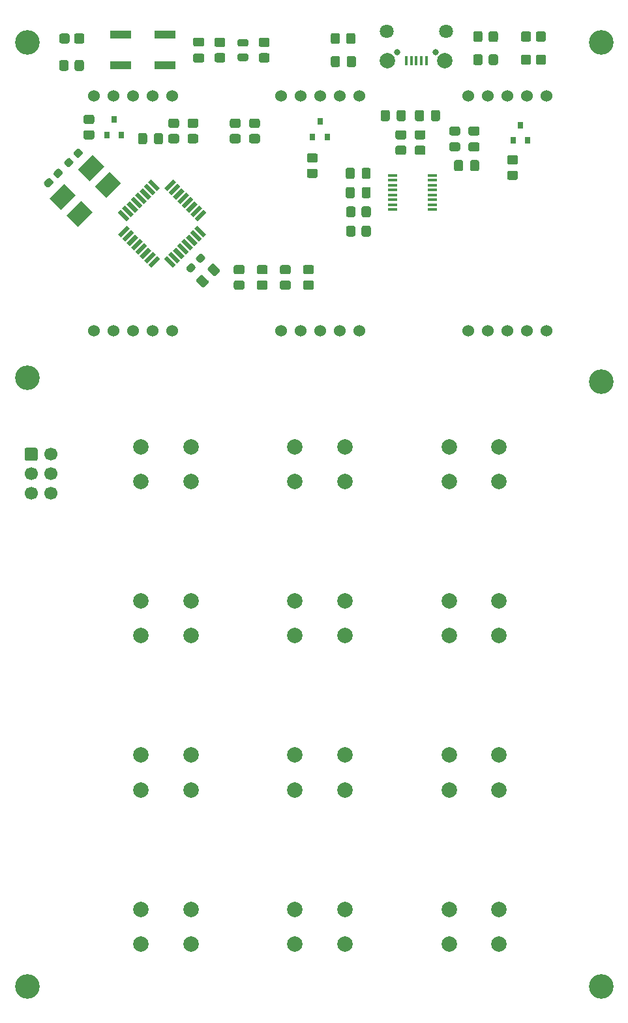
<source format=gbr>
%TF.GenerationSoftware,KiCad,Pcbnew,5.1.9-73d0e3b20d~88~ubuntu20.04.1*%
%TF.CreationDate,2021-01-19T11:15:14+01:00*%
%TF.ProjectId,luncheonmeat,6c756e63-6865-46f6-9e6d-6561742e6b69,v0.2.4*%
%TF.SameCoordinates,PX4fa1be0PYb80f240*%
%TF.FileFunction,Soldermask,Top*%
%TF.FilePolarity,Negative*%
%FSLAX46Y46*%
G04 Gerber Fmt 4.6, Leading zero omitted, Abs format (unit mm)*
G04 Created by KiCad (PCBNEW 5.1.9-73d0e3b20d~88~ubuntu20.04.1) date 2021-01-19 11:15:14*
%MOMM*%
%LPD*%
G01*
G04 APERTURE LIST*
%ADD10C,0.150000*%
%ADD11C,2.000000*%
%ADD12R,2.800000X1.000000*%
%ADD13R,0.800000X0.900000*%
%ADD14C,0.800000*%
%ADD15C,1.800000*%
%ADD16R,0.450000X1.300000*%
%ADD17C,1.700000*%
%ADD18R,1.200000X0.400000*%
%ADD19C,3.200000*%
%ADD20C,1.524000*%
G04 APERTURE END LIST*
%TO.C,D2*%
G36*
G01*
X68412500Y126650001D02*
X68412500Y125849999D01*
G75*
G02*
X68162501Y125600000I-249999J0D01*
G01*
X67337499Y125600000D01*
G75*
G02*
X67087500Y125849999I0J249999D01*
G01*
X67087500Y126650001D01*
G75*
G02*
X67337499Y126900000I249999J0D01*
G01*
X68162501Y126900000D01*
G75*
G02*
X68412500Y126650001I0J-249999D01*
G01*
G37*
G36*
G01*
X70337500Y126650001D02*
X70337500Y125849999D01*
G75*
G02*
X70087501Y125600000I-249999J0D01*
G01*
X69262499Y125600000D01*
G75*
G02*
X69012500Y125849999I0J249999D01*
G01*
X69012500Y126650001D01*
G75*
G02*
X69262499Y126900000I249999J0D01*
G01*
X70087501Y126900000D01*
G75*
G02*
X70337500Y126650001I0J-249999D01*
G01*
G37*
%TD*%
%TO.C,R15*%
G36*
G01*
X24049999Y113600000D02*
X24950001Y113600000D01*
G75*
G02*
X25200000Y113350001I0J-249999D01*
G01*
X25200000Y112649999D01*
G75*
G02*
X24950001Y112400000I-249999J0D01*
G01*
X24049999Y112400000D01*
G75*
G02*
X23800000Y112649999I0J249999D01*
G01*
X23800000Y113350001D01*
G75*
G02*
X24049999Y113600000I249999J0D01*
G01*
G37*
G36*
G01*
X24049999Y115600000D02*
X24950001Y115600000D01*
G75*
G02*
X25200000Y115350001I0J-249999D01*
G01*
X25200000Y114649999D01*
G75*
G02*
X24950001Y114400000I-249999J0D01*
G01*
X24049999Y114400000D01*
G75*
G02*
X23800000Y114649999I0J249999D01*
G01*
X23800000Y115350001D01*
G75*
G02*
X24049999Y115600000I249999J0D01*
G01*
G37*
%TD*%
%TO.C,R2*%
G36*
G01*
X8350000Y122950001D02*
X8350000Y122049999D01*
G75*
G02*
X8100001Y121800000I-249999J0D01*
G01*
X7399999Y121800000D01*
G75*
G02*
X7150000Y122049999I0J249999D01*
G01*
X7150000Y122950001D01*
G75*
G02*
X7399999Y123200000I249999J0D01*
G01*
X8100001Y123200000D01*
G75*
G02*
X8350000Y122950001I0J-249999D01*
G01*
G37*
G36*
G01*
X10350000Y122950001D02*
X10350000Y122049999D01*
G75*
G02*
X10100001Y121800000I-249999J0D01*
G01*
X9399999Y121800000D01*
G75*
G02*
X9150000Y122049999I0J249999D01*
G01*
X9150000Y122950001D01*
G75*
G02*
X9399999Y123200000I249999J0D01*
G01*
X10100001Y123200000D01*
G75*
G02*
X10350000Y122950001I0J-249999D01*
G01*
G37*
%TD*%
%TO.C,D1*%
G36*
G01*
X8487500Y126400001D02*
X8487500Y125599999D01*
G75*
G02*
X8237501Y125350000I-249999J0D01*
G01*
X7412499Y125350000D01*
G75*
G02*
X7162500Y125599999I0J249999D01*
G01*
X7162500Y126400001D01*
G75*
G02*
X7412499Y126650000I249999J0D01*
G01*
X8237501Y126650000D01*
G75*
G02*
X8487500Y126400001I0J-249999D01*
G01*
G37*
G36*
G01*
X10412500Y126400001D02*
X10412500Y125599999D01*
G75*
G02*
X10162501Y125350000I-249999J0D01*
G01*
X9337499Y125350000D01*
G75*
G02*
X9087500Y125599999I0J249999D01*
G01*
X9087500Y126400001D01*
G75*
G02*
X9337499Y126650000I249999J0D01*
G01*
X10162501Y126650000D01*
G75*
G02*
X10412500Y126400001I0J-249999D01*
G01*
G37*
%TD*%
%TO.C,R17*%
G36*
G01*
X46400000Y103049999D02*
X46400000Y103950001D01*
G75*
G02*
X46649999Y104200000I249999J0D01*
G01*
X47350001Y104200000D01*
G75*
G02*
X47600000Y103950001I0J-249999D01*
G01*
X47600000Y103049999D01*
G75*
G02*
X47350001Y102800000I-249999J0D01*
G01*
X46649999Y102800000D01*
G75*
G02*
X46400000Y103049999I0J249999D01*
G01*
G37*
G36*
G01*
X44400000Y103049999D02*
X44400000Y103950001D01*
G75*
G02*
X44649999Y104200000I249999J0D01*
G01*
X45350001Y104200000D01*
G75*
G02*
X45600000Y103950001I0J-249999D01*
G01*
X45600000Y103049999D01*
G75*
G02*
X45350001Y102800000I-249999J0D01*
G01*
X44649999Y102800000D01*
G75*
G02*
X44400000Y103049999I0J249999D01*
G01*
G37*
%TD*%
%TO.C,R19*%
G36*
G01*
X65549999Y108850000D02*
X66450001Y108850000D01*
G75*
G02*
X66700000Y108600001I0J-249999D01*
G01*
X66700000Y107899999D01*
G75*
G02*
X66450001Y107650000I-249999J0D01*
G01*
X65549999Y107650000D01*
G75*
G02*
X65300000Y107899999I0J249999D01*
G01*
X65300000Y108600001D01*
G75*
G02*
X65549999Y108850000I249999J0D01*
G01*
G37*
G36*
G01*
X65549999Y110850000D02*
X66450001Y110850000D01*
G75*
G02*
X66700000Y110600001I0J-249999D01*
G01*
X66700000Y109899999D01*
G75*
G02*
X66450001Y109650000I-249999J0D01*
G01*
X65549999Y109650000D01*
G75*
G02*
X65300000Y109899999I0J249999D01*
G01*
X65300000Y110600001D01*
G75*
G02*
X65549999Y110850000I249999J0D01*
G01*
G37*
%TD*%
%TO.C,C13*%
G36*
G01*
X8602252Y110438128D02*
X8938128Y110102252D01*
G75*
G02*
X8938128Y109766376I-167938J-167938D01*
G01*
X8513864Y109342112D01*
G75*
G02*
X8177988Y109342112I-167938J167938D01*
G01*
X7842112Y109677988D01*
G75*
G02*
X7842112Y110013864I167938J167938D01*
G01*
X8266376Y110438128D01*
G75*
G02*
X8602252Y110438128I167938J-167938D01*
G01*
G37*
G36*
G01*
X9822012Y111657888D02*
X10157888Y111322012D01*
G75*
G02*
X10157888Y110986136I-167938J-167938D01*
G01*
X9733624Y110561872D01*
G75*
G02*
X9397748Y110561872I-167938J167938D01*
G01*
X9061872Y110897748D01*
G75*
G02*
X9061872Y111233624I167938J167938D01*
G01*
X9486136Y111657888D01*
G75*
G02*
X9822012Y111657888I167938J-167938D01*
G01*
G37*
%TD*%
%TO.C,R21*%
G36*
G01*
X11450001Y114900000D02*
X10549999Y114900000D01*
G75*
G02*
X10300000Y115149999I0J249999D01*
G01*
X10300000Y115850001D01*
G75*
G02*
X10549999Y116100000I249999J0D01*
G01*
X11450001Y116100000D01*
G75*
G02*
X11700000Y115850001I0J-249999D01*
G01*
X11700000Y115149999D01*
G75*
G02*
X11450001Y114900000I-249999J0D01*
G01*
G37*
G36*
G01*
X11450001Y112900000D02*
X10549999Y112900000D01*
G75*
G02*
X10300000Y113149999I0J249999D01*
G01*
X10300000Y113850001D01*
G75*
G02*
X10549999Y114100000I249999J0D01*
G01*
X11450001Y114100000D01*
G75*
G02*
X11700000Y113850001I0J-249999D01*
G01*
X11700000Y113149999D01*
G75*
G02*
X11450001Y112900000I-249999J0D01*
G01*
G37*
%TD*%
%TO.C,R13*%
G36*
G01*
X32049999Y113600000D02*
X32950001Y113600000D01*
G75*
G02*
X33200000Y113350001I0J-249999D01*
G01*
X33200000Y112649999D01*
G75*
G02*
X32950001Y112400000I-249999J0D01*
G01*
X32049999Y112400000D01*
G75*
G02*
X31800000Y112649999I0J249999D01*
G01*
X31800000Y113350001D01*
G75*
G02*
X32049999Y113600000I249999J0D01*
G01*
G37*
G36*
G01*
X32049999Y115600000D02*
X32950001Y115600000D01*
G75*
G02*
X33200000Y115350001I0J-249999D01*
G01*
X33200000Y114649999D01*
G75*
G02*
X32950001Y114400000I-249999J0D01*
G01*
X32049999Y114400000D01*
G75*
G02*
X31800000Y114649999I0J249999D01*
G01*
X31800000Y115350001D01*
G75*
G02*
X32049999Y115600000I249999J0D01*
G01*
G37*
%TD*%
%TO.C,R6*%
G36*
G01*
X51049999Y112100000D02*
X51950001Y112100000D01*
G75*
G02*
X52200000Y111850001I0J-249999D01*
G01*
X52200000Y111149999D01*
G75*
G02*
X51950001Y110900000I-249999J0D01*
G01*
X51049999Y110900000D01*
G75*
G02*
X50800000Y111149999I0J249999D01*
G01*
X50800000Y111850001D01*
G75*
G02*
X51049999Y112100000I249999J0D01*
G01*
G37*
G36*
G01*
X51049999Y114100000D02*
X51950001Y114100000D01*
G75*
G02*
X52200000Y113850001I0J-249999D01*
G01*
X52200000Y113149999D01*
G75*
G02*
X51950001Y112900000I-249999J0D01*
G01*
X51049999Y112900000D01*
G75*
G02*
X50800000Y113149999I0J249999D01*
G01*
X50800000Y113850001D01*
G75*
G02*
X51049999Y114100000I249999J0D01*
G01*
G37*
%TD*%
D10*
%TO.C,U1*%
G36*
X21154074Y106224963D02*
G01*
X20765165Y106613872D01*
X21896536Y107745243D01*
X22285445Y107356334D01*
X21154074Y106224963D01*
G37*
G36*
X21719759Y105659277D02*
G01*
X21330850Y106048186D01*
X22462221Y107179557D01*
X22851130Y106790648D01*
X21719759Y105659277D01*
G37*
G36*
X22285445Y105093592D02*
G01*
X21896536Y105482501D01*
X23027907Y106613872D01*
X23416816Y106224963D01*
X22285445Y105093592D01*
G37*
G36*
X22851130Y104527907D02*
G01*
X22462221Y104916816D01*
X23593592Y106048187D01*
X23982501Y105659278D01*
X22851130Y104527907D01*
G37*
G36*
X23416816Y103962221D02*
G01*
X23027907Y104351130D01*
X24159278Y105482501D01*
X24548187Y105093592D01*
X23416816Y103962221D01*
G37*
G36*
X23982501Y103396536D02*
G01*
X23593592Y103785445D01*
X24724963Y104916816D01*
X25113872Y104527907D01*
X23982501Y103396536D01*
G37*
G36*
X24548186Y102830850D02*
G01*
X24159277Y103219759D01*
X25290648Y104351130D01*
X25679557Y103962221D01*
X24548186Y102830850D01*
G37*
G36*
X25113872Y102265165D02*
G01*
X24724963Y102654074D01*
X25856334Y103785445D01*
X26245243Y103396536D01*
X25113872Y102265165D01*
G37*
G36*
X24724963Y101345926D02*
G01*
X25113872Y101734835D01*
X26245243Y100603464D01*
X25856334Y100214555D01*
X24724963Y101345926D01*
G37*
G36*
X24159277Y100780241D02*
G01*
X24548186Y101169150D01*
X25679557Y100037779D01*
X25290648Y99648870D01*
X24159277Y100780241D01*
G37*
G36*
X23593592Y100214555D02*
G01*
X23982501Y100603464D01*
X25113872Y99472093D01*
X24724963Y99083184D01*
X23593592Y100214555D01*
G37*
G36*
X23027907Y99648870D02*
G01*
X23416816Y100037779D01*
X24548187Y98906408D01*
X24159278Y98517499D01*
X23027907Y99648870D01*
G37*
G36*
X22462221Y99083184D02*
G01*
X22851130Y99472093D01*
X23982501Y98340722D01*
X23593592Y97951813D01*
X22462221Y99083184D01*
G37*
G36*
X21896536Y98517499D02*
G01*
X22285445Y98906408D01*
X23416816Y97775037D01*
X23027907Y97386128D01*
X21896536Y98517499D01*
G37*
G36*
X21330850Y97951814D02*
G01*
X21719759Y98340723D01*
X22851130Y97209352D01*
X22462221Y96820443D01*
X21330850Y97951814D01*
G37*
G36*
X20765165Y97386128D02*
G01*
X21154074Y97775037D01*
X22285445Y96643666D01*
X21896536Y96254757D01*
X20765165Y97386128D01*
G37*
G36*
X19103464Y96254757D02*
G01*
X18714555Y96643666D01*
X19845926Y97775037D01*
X20234835Y97386128D01*
X19103464Y96254757D01*
G37*
G36*
X18537779Y96820443D02*
G01*
X18148870Y97209352D01*
X19280241Y98340723D01*
X19669150Y97951814D01*
X18537779Y96820443D01*
G37*
G36*
X17972093Y97386128D02*
G01*
X17583184Y97775037D01*
X18714555Y98906408D01*
X19103464Y98517499D01*
X17972093Y97386128D01*
G37*
G36*
X17406408Y97951813D02*
G01*
X17017499Y98340722D01*
X18148870Y99472093D01*
X18537779Y99083184D01*
X17406408Y97951813D01*
G37*
G36*
X16840722Y98517499D02*
G01*
X16451813Y98906408D01*
X17583184Y100037779D01*
X17972093Y99648870D01*
X16840722Y98517499D01*
G37*
G36*
X16275037Y99083184D02*
G01*
X15886128Y99472093D01*
X17017499Y100603464D01*
X17406408Y100214555D01*
X16275037Y99083184D01*
G37*
G36*
X15709352Y99648870D02*
G01*
X15320443Y100037779D01*
X16451814Y101169150D01*
X16840723Y100780241D01*
X15709352Y99648870D01*
G37*
G36*
X15143666Y100214555D02*
G01*
X14754757Y100603464D01*
X15886128Y101734835D01*
X16275037Y101345926D01*
X15143666Y100214555D01*
G37*
G36*
X14754757Y103396536D02*
G01*
X15143666Y103785445D01*
X16275037Y102654074D01*
X15886128Y102265165D01*
X14754757Y103396536D01*
G37*
G36*
X15320443Y103962221D02*
G01*
X15709352Y104351130D01*
X16840723Y103219759D01*
X16451814Y102830850D01*
X15320443Y103962221D01*
G37*
G36*
X15886128Y104527907D02*
G01*
X16275037Y104916816D01*
X17406408Y103785445D01*
X17017499Y103396536D01*
X15886128Y104527907D01*
G37*
G36*
X16451813Y105093592D02*
G01*
X16840722Y105482501D01*
X17972093Y104351130D01*
X17583184Y103962221D01*
X16451813Y105093592D01*
G37*
G36*
X17017499Y105659278D02*
G01*
X17406408Y106048187D01*
X18537779Y104916816D01*
X18148870Y104527907D01*
X17017499Y105659278D01*
G37*
G36*
X17583184Y106224963D02*
G01*
X17972093Y106613872D01*
X19103464Y105482501D01*
X18714555Y105093592D01*
X17583184Y106224963D01*
G37*
G36*
X18148870Y106790648D02*
G01*
X18537779Y107179557D01*
X19669150Y106048186D01*
X19280241Y105659277D01*
X18148870Y106790648D01*
G37*
G36*
X18714555Y107356334D02*
G01*
X19103464Y107745243D01*
X20234835Y106613872D01*
X19845926Y106224963D01*
X18714555Y107356334D01*
G37*
%TD*%
%TO.C,L1*%
G36*
G01*
X58049999Y112525000D02*
X58950001Y112525000D01*
G75*
G02*
X59200000Y112275001I0J-249999D01*
G01*
X59200000Y111624999D01*
G75*
G02*
X58950001Y111375000I-249999J0D01*
G01*
X58049999Y111375000D01*
G75*
G02*
X57800000Y111624999I0J249999D01*
G01*
X57800000Y112275001D01*
G75*
G02*
X58049999Y112525000I249999J0D01*
G01*
G37*
G36*
G01*
X58049999Y114575000D02*
X58950001Y114575000D01*
G75*
G02*
X59200000Y114325001I0J-249999D01*
G01*
X59200000Y113674999D01*
G75*
G02*
X58950001Y113425000I-249999J0D01*
G01*
X58049999Y113425000D01*
G75*
G02*
X57800000Y113674999I0J249999D01*
G01*
X57800000Y114325001D01*
G75*
G02*
X58049999Y114575000I249999J0D01*
G01*
G37*
%TD*%
%TO.C,R11*%
G36*
G01*
X36950001Y95400000D02*
X36049999Y95400000D01*
G75*
G02*
X35800000Y95649999I0J249999D01*
G01*
X35800000Y96350001D01*
G75*
G02*
X36049999Y96600000I249999J0D01*
G01*
X36950001Y96600000D01*
G75*
G02*
X37200000Y96350001I0J-249999D01*
G01*
X37200000Y95649999D01*
G75*
G02*
X36950001Y95400000I-249999J0D01*
G01*
G37*
G36*
G01*
X36950001Y93400000D02*
X36049999Y93400000D01*
G75*
G02*
X35800000Y93649999I0J249999D01*
G01*
X35800000Y94350001D01*
G75*
G02*
X36049999Y94600000I249999J0D01*
G01*
X36950001Y94600000D01*
G75*
G02*
X37200000Y94350001I0J-249999D01*
G01*
X37200000Y93649999D01*
G75*
G02*
X36950001Y93400000I-249999J0D01*
G01*
G37*
%TD*%
%TO.C,R10*%
G36*
G01*
X33950001Y95400000D02*
X33049999Y95400000D01*
G75*
G02*
X32800000Y95649999I0J249999D01*
G01*
X32800000Y96350001D01*
G75*
G02*
X33049999Y96600000I249999J0D01*
G01*
X33950001Y96600000D01*
G75*
G02*
X34200000Y96350001I0J-249999D01*
G01*
X34200000Y95649999D01*
G75*
G02*
X33950001Y95400000I-249999J0D01*
G01*
G37*
G36*
G01*
X33950001Y93400000D02*
X33049999Y93400000D01*
G75*
G02*
X32800000Y93649999I0J249999D01*
G01*
X32800000Y94350001D01*
G75*
G02*
X33049999Y94600000I249999J0D01*
G01*
X33950001Y94600000D01*
G75*
G02*
X34200000Y94350001I0J-249999D01*
G01*
X34200000Y93649999D01*
G75*
G02*
X33950001Y93400000I-249999J0D01*
G01*
G37*
%TD*%
%TO.C,R7*%
G36*
G01*
X33299999Y124100000D02*
X34200001Y124100000D01*
G75*
G02*
X34450000Y123850001I0J-249999D01*
G01*
X34450000Y123149999D01*
G75*
G02*
X34200001Y122900000I-249999J0D01*
G01*
X33299999Y122900000D01*
G75*
G02*
X33050000Y123149999I0J249999D01*
G01*
X33050000Y123850001D01*
G75*
G02*
X33299999Y124100000I249999J0D01*
G01*
G37*
G36*
G01*
X33299999Y126100000D02*
X34200001Y126100000D01*
G75*
G02*
X34450000Y125850001I0J-249999D01*
G01*
X34450000Y125149999D01*
G75*
G02*
X34200001Y124900000I-249999J0D01*
G01*
X33299999Y124900000D01*
G75*
G02*
X33050000Y125149999I0J249999D01*
G01*
X33050000Y125850001D01*
G75*
G02*
X33299999Y126100000I249999J0D01*
G01*
G37*
%TD*%
%TO.C,R5*%
G36*
G01*
X53549999Y112100000D02*
X54450001Y112100000D01*
G75*
G02*
X54700000Y111850001I0J-249999D01*
G01*
X54700000Y111149999D01*
G75*
G02*
X54450001Y110900000I-249999J0D01*
G01*
X53549999Y110900000D01*
G75*
G02*
X53300000Y111149999I0J249999D01*
G01*
X53300000Y111850001D01*
G75*
G02*
X53549999Y112100000I249999J0D01*
G01*
G37*
G36*
G01*
X53549999Y114100000D02*
X54450001Y114100000D01*
G75*
G02*
X54700000Y113850001I0J-249999D01*
G01*
X54700000Y113149999D01*
G75*
G02*
X54450001Y112900000I-249999J0D01*
G01*
X53549999Y112900000D01*
G75*
G02*
X53300000Y113149999I0J249999D01*
G01*
X53300000Y113850001D01*
G75*
G02*
X53549999Y114100000I249999J0D01*
G01*
G37*
%TD*%
D11*
%TO.C,SW3*%
X24250000Y33000000D03*
X24250000Y28500000D03*
X17750000Y33000000D03*
X17750000Y28500000D03*
%TD*%
%TO.C,SW11*%
X64250000Y33000000D03*
X64250000Y28500000D03*
X57750000Y33000000D03*
X57750000Y28500000D03*
%TD*%
%TO.C,C3*%
G36*
G01*
X50950000Y115525000D02*
X50950000Y116475000D01*
G75*
G02*
X51200000Y116725000I250000J0D01*
G01*
X51875000Y116725000D01*
G75*
G02*
X52125000Y116475000I0J-250000D01*
G01*
X52125000Y115525000D01*
G75*
G02*
X51875000Y115275000I-250000J0D01*
G01*
X51200000Y115275000D01*
G75*
G02*
X50950000Y115525000I0J250000D01*
G01*
G37*
G36*
G01*
X48875000Y115525000D02*
X48875000Y116475000D01*
G75*
G02*
X49125000Y116725000I250000J0D01*
G01*
X49800000Y116725000D01*
G75*
G02*
X50050000Y116475000I0J-250000D01*
G01*
X50050000Y115525000D01*
G75*
G02*
X49800000Y115275000I-250000J0D01*
G01*
X49125000Y115275000D01*
G75*
G02*
X48875000Y115525000I0J250000D01*
G01*
G37*
%TD*%
%TO.C,C4*%
G36*
G01*
X55412500Y115525000D02*
X55412500Y116475000D01*
G75*
G02*
X55662500Y116725000I250000J0D01*
G01*
X56337500Y116725000D01*
G75*
G02*
X56587500Y116475000I0J-250000D01*
G01*
X56587500Y115525000D01*
G75*
G02*
X56337500Y115275000I-250000J0D01*
G01*
X55662500Y115275000D01*
G75*
G02*
X55412500Y115525000I0J250000D01*
G01*
G37*
G36*
G01*
X53337500Y115525000D02*
X53337500Y116475000D01*
G75*
G02*
X53587500Y116725000I250000J0D01*
G01*
X54262500Y116725000D01*
G75*
G02*
X54512500Y116475000I0J-250000D01*
G01*
X54512500Y115525000D01*
G75*
G02*
X54262500Y115275000I-250000J0D01*
G01*
X53587500Y115275000D01*
G75*
G02*
X53337500Y115525000I0J250000D01*
G01*
G37*
%TD*%
D12*
%TO.C,SW13*%
X15100000Y126500000D03*
X20900000Y126500000D03*
X15100000Y122500000D03*
X20900000Y122500000D03*
%TD*%
D11*
%TO.C,SW10*%
X64250000Y53000000D03*
X64250000Y48500000D03*
X57750000Y53000000D03*
X57750000Y48500000D03*
%TD*%
%TO.C,R8*%
G36*
G01*
X27549999Y124100000D02*
X28450001Y124100000D01*
G75*
G02*
X28700000Y123850001I0J-249999D01*
G01*
X28700000Y123149999D01*
G75*
G02*
X28450001Y122900000I-249999J0D01*
G01*
X27549999Y122900000D01*
G75*
G02*
X27300000Y123149999I0J249999D01*
G01*
X27300000Y123850001D01*
G75*
G02*
X27549999Y124100000I249999J0D01*
G01*
G37*
G36*
G01*
X27549999Y126100000D02*
X28450001Y126100000D01*
G75*
G02*
X28700000Y125850001I0J-249999D01*
G01*
X28700000Y125149999D01*
G75*
G02*
X28450001Y124900000I-249999J0D01*
G01*
X27549999Y124900000D01*
G75*
G02*
X27300000Y125149999I0J249999D01*
G01*
X27300000Y125850001D01*
G75*
G02*
X27549999Y126100000I249999J0D01*
G01*
G37*
%TD*%
%TO.C,SW7*%
X44250000Y33000000D03*
X44250000Y28500000D03*
X37750000Y33000000D03*
X37750000Y28500000D03*
%TD*%
%TO.C,R4*%
G36*
G01*
X62100000Y123700001D02*
X62100000Y122799999D01*
G75*
G02*
X61850001Y122550000I-249999J0D01*
G01*
X61149999Y122550000D01*
G75*
G02*
X60900000Y122799999I0J249999D01*
G01*
X60900000Y123700001D01*
G75*
G02*
X61149999Y123950000I249999J0D01*
G01*
X61850001Y123950000D01*
G75*
G02*
X62100000Y123700001I0J-249999D01*
G01*
G37*
G36*
G01*
X64100000Y123700001D02*
X64100000Y122799999D01*
G75*
G02*
X63850001Y122550000I-249999J0D01*
G01*
X63149999Y122550000D01*
G75*
G02*
X62900000Y122799999I0J249999D01*
G01*
X62900000Y123700001D01*
G75*
G02*
X63149999Y123950000I249999J0D01*
G01*
X63850001Y123950000D01*
G75*
G02*
X64100000Y123700001I0J-249999D01*
G01*
G37*
%TD*%
D13*
%TO.C,Q2*%
X41000000Y115250000D03*
X41950000Y113250000D03*
X40050000Y113250000D03*
%TD*%
D11*
%TO.C,SW2*%
X24250000Y53000000D03*
X24250000Y48500000D03*
X17750000Y53000000D03*
X17750000Y48500000D03*
%TD*%
D13*
%TO.C,Q3*%
X14250000Y115500000D03*
X15200000Y113500000D03*
X13300000Y113500000D03*
%TD*%
%TO.C,Q1*%
X67000000Y114750000D03*
X67950000Y112750000D03*
X66050000Y112750000D03*
%TD*%
D14*
%TO.C,J1*%
X51000000Y124200000D03*
X56000000Y124200000D03*
D15*
X49625000Y126950000D03*
X57375000Y126950000D03*
D11*
X49775000Y123150000D03*
X57225000Y123150000D03*
D16*
X52200000Y123100000D03*
X52850000Y123100000D03*
X53500000Y123100000D03*
X54150000Y123100000D03*
X54800000Y123100000D03*
%TD*%
D11*
%TO.C,SW6*%
X44250000Y53000000D03*
X44250000Y48500000D03*
X37750000Y53000000D03*
X37750000Y48500000D03*
%TD*%
%TO.C,C5*%
G36*
G01*
X46412500Y108025000D02*
X46412500Y108975000D01*
G75*
G02*
X46662500Y109225000I250000J0D01*
G01*
X47337500Y109225000D01*
G75*
G02*
X47587500Y108975000I0J-250000D01*
G01*
X47587500Y108025000D01*
G75*
G02*
X47337500Y107775000I-250000J0D01*
G01*
X46662500Y107775000D01*
G75*
G02*
X46412500Y108025000I0J250000D01*
G01*
G37*
G36*
G01*
X44337500Y108025000D02*
X44337500Y108975000D01*
G75*
G02*
X44587500Y109225000I250000J0D01*
G01*
X45262500Y109225000D01*
G75*
G02*
X45512500Y108975000I0J-250000D01*
G01*
X45512500Y108025000D01*
G75*
G02*
X45262500Y107775000I-250000J0D01*
G01*
X44587500Y107775000D01*
G75*
G02*
X44337500Y108025000I0J250000D01*
G01*
G37*
%TD*%
%TO.C,C6*%
G36*
G01*
X25829550Y95251301D02*
X26501301Y94579550D01*
G75*
G02*
X26501301Y94225996I-176777J-176777D01*
G01*
X26024004Y93748699D01*
G75*
G02*
X25670450Y93748699I-176777J176777D01*
G01*
X24998699Y94420450D01*
G75*
G02*
X24998699Y94774004I176777J176777D01*
G01*
X25475996Y95251301D01*
G75*
G02*
X25829550Y95251301I176777J-176777D01*
G01*
G37*
G36*
G01*
X27296796Y96718547D02*
X27968547Y96046796D01*
G75*
G02*
X27968547Y95693242I-176777J-176777D01*
G01*
X27491250Y95215945D01*
G75*
G02*
X27137696Y95215945I-176777J176777D01*
G01*
X26465945Y95887696D01*
G75*
G02*
X26465945Y96241250I176777J176777D01*
G01*
X26943242Y96718547D01*
G75*
G02*
X27296796Y96718547I176777J-176777D01*
G01*
G37*
%TD*%
%TO.C,C1*%
G36*
G01*
X44487500Y122525000D02*
X44487500Y123475000D01*
G75*
G02*
X44737500Y123725000I250000J0D01*
G01*
X45412500Y123725000D01*
G75*
G02*
X45662500Y123475000I0J-250000D01*
G01*
X45662500Y122525000D01*
G75*
G02*
X45412500Y122275000I-250000J0D01*
G01*
X44737500Y122275000D01*
G75*
G02*
X44487500Y122525000I0J250000D01*
G01*
G37*
G36*
G01*
X42412500Y122525000D02*
X42412500Y123475000D01*
G75*
G02*
X42662500Y123725000I250000J0D01*
G01*
X43337500Y123725000D01*
G75*
G02*
X43587500Y123475000I0J-250000D01*
G01*
X43587500Y122525000D01*
G75*
G02*
X43337500Y122275000I-250000J0D01*
G01*
X42662500Y122275000D01*
G75*
G02*
X42412500Y122525000I0J250000D01*
G01*
G37*
%TD*%
%TO.C,C2*%
G36*
G01*
X61475000Y113412500D02*
X60525000Y113412500D01*
G75*
G02*
X60275000Y113662500I0J250000D01*
G01*
X60275000Y114337500D01*
G75*
G02*
X60525000Y114587500I250000J0D01*
G01*
X61475000Y114587500D01*
G75*
G02*
X61725000Y114337500I0J-250000D01*
G01*
X61725000Y113662500D01*
G75*
G02*
X61475000Y113412500I-250000J0D01*
G01*
G37*
G36*
G01*
X61475000Y111337500D02*
X60525000Y111337500D01*
G75*
G02*
X60275000Y111587500I0J250000D01*
G01*
X60275000Y112262500D01*
G75*
G02*
X60525000Y112512500I250000J0D01*
G01*
X61475000Y112512500D01*
G75*
G02*
X61725000Y112262500I0J-250000D01*
G01*
X61725000Y111587500D01*
G75*
G02*
X61475000Y111337500I-250000J0D01*
G01*
G37*
%TD*%
%TO.C,C7*%
G36*
G01*
X24775000Y124050000D02*
X25725000Y124050000D01*
G75*
G02*
X25975000Y123800000I0J-250000D01*
G01*
X25975000Y123125000D01*
G75*
G02*
X25725000Y122875000I-250000J0D01*
G01*
X24775000Y122875000D01*
G75*
G02*
X24525000Y123125000I0J250000D01*
G01*
X24525000Y123800000D01*
G75*
G02*
X24775000Y124050000I250000J0D01*
G01*
G37*
G36*
G01*
X24775000Y126125000D02*
X25725000Y126125000D01*
G75*
G02*
X25975000Y125875000I0J-250000D01*
G01*
X25975000Y125200000D01*
G75*
G02*
X25725000Y124950000I-250000J0D01*
G01*
X24775000Y124950000D01*
G75*
G02*
X24525000Y125200000I0J250000D01*
G01*
X24525000Y125875000D01*
G75*
G02*
X24775000Y126125000I250000J0D01*
G01*
G37*
%TD*%
%TO.C,R18*%
G36*
G01*
X46400000Y100549999D02*
X46400000Y101450001D01*
G75*
G02*
X46649999Y101700000I249999J0D01*
G01*
X47350001Y101700000D01*
G75*
G02*
X47600000Y101450001I0J-249999D01*
G01*
X47600000Y100549999D01*
G75*
G02*
X47350001Y100300000I-249999J0D01*
G01*
X46649999Y100300000D01*
G75*
G02*
X46400000Y100549999I0J249999D01*
G01*
G37*
G36*
G01*
X44400000Y100549999D02*
X44400000Y101450001D01*
G75*
G02*
X44649999Y101700000I249999J0D01*
G01*
X45350001Y101700000D01*
G75*
G02*
X45600000Y101450001I0J-249999D01*
G01*
X45600000Y100549999D01*
G75*
G02*
X45350001Y100300000I-249999J0D01*
G01*
X44649999Y100300000D01*
G75*
G02*
X44400000Y100549999I0J249999D01*
G01*
G37*
%TD*%
%TO.C,C12*%
G36*
G01*
X6787868Y107951992D02*
X6451992Y108287868D01*
G75*
G02*
X6451992Y108623744I167938J167938D01*
G01*
X6876256Y109048008D01*
G75*
G02*
X7212132Y109048008I167938J-167938D01*
G01*
X7548008Y108712132D01*
G75*
G02*
X7548008Y108376256I-167938J-167938D01*
G01*
X7123744Y107951992D01*
G75*
G02*
X6787868Y107951992I-167938J167938D01*
G01*
G37*
G36*
G01*
X5568108Y106732232D02*
X5232232Y107068108D01*
G75*
G02*
X5232232Y107403984I167938J167938D01*
G01*
X5656496Y107828248D01*
G75*
G02*
X5992372Y107828248I167938J-167938D01*
G01*
X6328248Y107492372D01*
G75*
G02*
X6328248Y107156496I-167938J-167938D01*
G01*
X5903984Y106732232D01*
G75*
G02*
X5568108Y106732232I-167938J167938D01*
G01*
G37*
%TD*%
%TO.C,C8*%
G36*
G01*
X19450000Y112525000D02*
X19450000Y113475000D01*
G75*
G02*
X19700000Y113725000I250000J0D01*
G01*
X20375000Y113725000D01*
G75*
G02*
X20625000Y113475000I0J-250000D01*
G01*
X20625000Y112525000D01*
G75*
G02*
X20375000Y112275000I-250000J0D01*
G01*
X19700000Y112275000D01*
G75*
G02*
X19450000Y112525000I0J250000D01*
G01*
G37*
G36*
G01*
X17375000Y112525000D02*
X17375000Y113475000D01*
G75*
G02*
X17625000Y113725000I250000J0D01*
G01*
X18300000Y113725000D01*
G75*
G02*
X18550000Y113475000I0J-250000D01*
G01*
X18550000Y112525000D01*
G75*
G02*
X18300000Y112275000I-250000J0D01*
G01*
X17625000Y112275000D01*
G75*
G02*
X17375000Y112525000I0J250000D01*
G01*
G37*
%TD*%
%TO.C,R12*%
G36*
G01*
X39950001Y95400000D02*
X39049999Y95400000D01*
G75*
G02*
X38800000Y95649999I0J249999D01*
G01*
X38800000Y96350001D01*
G75*
G02*
X39049999Y96600000I249999J0D01*
G01*
X39950001Y96600000D01*
G75*
G02*
X40200000Y96350001I0J-249999D01*
G01*
X40200000Y95649999D01*
G75*
G02*
X39950001Y95400000I-249999J0D01*
G01*
G37*
G36*
G01*
X39950001Y93400000D02*
X39049999Y93400000D01*
G75*
G02*
X38800000Y93649999I0J249999D01*
G01*
X38800000Y94350001D01*
G75*
G02*
X39049999Y94600000I249999J0D01*
G01*
X39950001Y94600000D01*
G75*
G02*
X40200000Y94350001I0J-249999D01*
G01*
X40200000Y93649999D01*
G75*
G02*
X39950001Y93400000I-249999J0D01*
G01*
G37*
%TD*%
%TO.C,R14*%
G36*
G01*
X29549999Y113600000D02*
X30450001Y113600000D01*
G75*
G02*
X30700000Y113350001I0J-249999D01*
G01*
X30700000Y112649999D01*
G75*
G02*
X30450001Y112400000I-249999J0D01*
G01*
X29549999Y112400000D01*
G75*
G02*
X29300000Y112649999I0J249999D01*
G01*
X29300000Y113350001D01*
G75*
G02*
X29549999Y113600000I249999J0D01*
G01*
G37*
G36*
G01*
X29549999Y115600000D02*
X30450001Y115600000D01*
G75*
G02*
X30700000Y115350001I0J-249999D01*
G01*
X30700000Y114649999D01*
G75*
G02*
X30450001Y114400000I-249999J0D01*
G01*
X29549999Y114400000D01*
G75*
G02*
X29300000Y114649999I0J249999D01*
G01*
X29300000Y115350001D01*
G75*
G02*
X29549999Y115600000I249999J0D01*
G01*
G37*
%TD*%
%TO.C,D3*%
G36*
G01*
X68412500Y123650001D02*
X68412500Y122849999D01*
G75*
G02*
X68162501Y122600000I-249999J0D01*
G01*
X67337499Y122600000D01*
G75*
G02*
X67087500Y122849999I0J249999D01*
G01*
X67087500Y123650001D01*
G75*
G02*
X67337499Y123900000I249999J0D01*
G01*
X68162501Y123900000D01*
G75*
G02*
X68412500Y123650001I0J-249999D01*
G01*
G37*
G36*
G01*
X70337500Y123650001D02*
X70337500Y122849999D01*
G75*
G02*
X70087501Y122600000I-249999J0D01*
G01*
X69262499Y122600000D01*
G75*
G02*
X69012500Y122849999I0J249999D01*
G01*
X69012500Y123650001D01*
G75*
G02*
X69262499Y123900000I249999J0D01*
G01*
X70087501Y123900000D01*
G75*
G02*
X70337500Y123650001I0J-249999D01*
G01*
G37*
%TD*%
D17*
%TO.C,J2*%
X6040000Y66960000D03*
X6040000Y69500000D03*
X6040000Y72040000D03*
X3500000Y66960000D03*
X3500000Y69500000D03*
G36*
G01*
X2650000Y71440000D02*
X2650000Y72640000D01*
G75*
G02*
X2900000Y72890000I250000J0D01*
G01*
X4100000Y72890000D01*
G75*
G02*
X4350000Y72640000I0J-250000D01*
G01*
X4350000Y71440000D01*
G75*
G02*
X4100000Y71190000I-250000J0D01*
G01*
X2900000Y71190000D01*
G75*
G02*
X2650000Y71440000I0J250000D01*
G01*
G37*
%TD*%
D18*
%TO.C,U2*%
X50400000Y103777500D03*
X50400000Y104412500D03*
X50400000Y105047500D03*
X50400000Y105682500D03*
X50400000Y106317500D03*
X50400000Y106952500D03*
X50400000Y107587500D03*
X50400000Y108222500D03*
X55600000Y108222500D03*
X55600000Y107587500D03*
X55600000Y106952500D03*
X55600000Y106317500D03*
X55600000Y105682500D03*
X55600000Y105047500D03*
X55600000Y104412500D03*
X55600000Y103777500D03*
%TD*%
%TO.C,R3*%
G36*
G01*
X62100000Y126700001D02*
X62100000Y125799999D01*
G75*
G02*
X61850001Y125550000I-249999J0D01*
G01*
X61149999Y125550000D01*
G75*
G02*
X60900000Y125799999I0J249999D01*
G01*
X60900000Y126700001D01*
G75*
G02*
X61149999Y126950000I249999J0D01*
G01*
X61850001Y126950000D01*
G75*
G02*
X62100000Y126700001I0J-249999D01*
G01*
G37*
G36*
G01*
X64100000Y126700001D02*
X64100000Y125799999D01*
G75*
G02*
X63850001Y125550000I-249999J0D01*
G01*
X63149999Y125550000D01*
G75*
G02*
X62900000Y125799999I0J249999D01*
G01*
X62900000Y126700001D01*
G75*
G02*
X63149999Y126950000I249999J0D01*
G01*
X63850001Y126950000D01*
G75*
G02*
X64100000Y126700001I0J-249999D01*
G01*
G37*
%TD*%
%TO.C,C10*%
G36*
G01*
X60487500Y109025000D02*
X60487500Y109975000D01*
G75*
G02*
X60737500Y110225000I250000J0D01*
G01*
X61412500Y110225000D01*
G75*
G02*
X61662500Y109975000I0J-250000D01*
G01*
X61662500Y109025000D01*
G75*
G02*
X61412500Y108775000I-250000J0D01*
G01*
X60737500Y108775000D01*
G75*
G02*
X60487500Y109025000I0J250000D01*
G01*
G37*
G36*
G01*
X58412500Y109025000D02*
X58412500Y109975000D01*
G75*
G02*
X58662500Y110225000I250000J0D01*
G01*
X59337500Y110225000D01*
G75*
G02*
X59587500Y109975000I0J-250000D01*
G01*
X59587500Y109025000D01*
G75*
G02*
X59337500Y108775000I-250000J0D01*
G01*
X58662500Y108775000D01*
G75*
G02*
X58412500Y109025000I0J250000D01*
G01*
G37*
%TD*%
%TO.C,C9*%
G36*
G01*
X45512500Y106475000D02*
X45512500Y105525000D01*
G75*
G02*
X45262500Y105275000I-250000J0D01*
G01*
X44587500Y105275000D01*
G75*
G02*
X44337500Y105525000I0J250000D01*
G01*
X44337500Y106475000D01*
G75*
G02*
X44587500Y106725000I250000J0D01*
G01*
X45262500Y106725000D01*
G75*
G02*
X45512500Y106475000I0J-250000D01*
G01*
G37*
G36*
G01*
X47587500Y106475000D02*
X47587500Y105525000D01*
G75*
G02*
X47337500Y105275000I-250000J0D01*
G01*
X46662500Y105275000D01*
G75*
G02*
X46412500Y105525000I0J250000D01*
G01*
X46412500Y106475000D01*
G75*
G02*
X46662500Y106725000I250000J0D01*
G01*
X47337500Y106725000D01*
G75*
G02*
X47587500Y106475000I0J-250000D01*
G01*
G37*
%TD*%
%TO.C,D4*%
G36*
G01*
X31456250Y124950000D02*
X30543750Y124950000D01*
G75*
G02*
X30300000Y125193750I0J243750D01*
G01*
X30300000Y125681250D01*
G75*
G02*
X30543750Y125925000I243750J0D01*
G01*
X31456250Y125925000D01*
G75*
G02*
X31700000Y125681250I0J-243750D01*
G01*
X31700000Y125193750D01*
G75*
G02*
X31456250Y124950000I-243750J0D01*
G01*
G37*
G36*
G01*
X31456250Y123075000D02*
X30543750Y123075000D01*
G75*
G02*
X30300000Y123318750I0J243750D01*
G01*
X30300000Y123806250D01*
G75*
G02*
X30543750Y124050000I243750J0D01*
G01*
X31456250Y124050000D01*
G75*
G02*
X31700000Y123806250I0J-243750D01*
G01*
X31700000Y123318750D01*
G75*
G02*
X31456250Y123075000I-243750J0D01*
G01*
G37*
%TD*%
%TO.C,R16*%
G36*
G01*
X21549999Y113600000D02*
X22450001Y113600000D01*
G75*
G02*
X22700000Y113350001I0J-249999D01*
G01*
X22700000Y112649999D01*
G75*
G02*
X22450001Y112400000I-249999J0D01*
G01*
X21549999Y112400000D01*
G75*
G02*
X21300000Y112649999I0J249999D01*
G01*
X21300000Y113350001D01*
G75*
G02*
X21549999Y113600000I249999J0D01*
G01*
G37*
G36*
G01*
X21549999Y115600000D02*
X22450001Y115600000D01*
G75*
G02*
X22700000Y115350001I0J-249999D01*
G01*
X22700000Y114649999D01*
G75*
G02*
X22450001Y114400000I-249999J0D01*
G01*
X21549999Y114400000D01*
G75*
G02*
X21300000Y114649999I0J249999D01*
G01*
X21300000Y115350001D01*
G75*
G02*
X21549999Y115600000I249999J0D01*
G01*
G37*
%TD*%
%TO.C,R9*%
G36*
G01*
X30950001Y95400000D02*
X30049999Y95400000D01*
G75*
G02*
X29800000Y95649999I0J249999D01*
G01*
X29800000Y96350001D01*
G75*
G02*
X30049999Y96600000I249999J0D01*
G01*
X30950001Y96600000D01*
G75*
G02*
X31200000Y96350001I0J-249999D01*
G01*
X31200000Y95649999D01*
G75*
G02*
X30950001Y95400000I-249999J0D01*
G01*
G37*
G36*
G01*
X30950001Y93400000D02*
X30049999Y93400000D01*
G75*
G02*
X29800000Y93649999I0J249999D01*
G01*
X29800000Y94350001D01*
G75*
G02*
X30049999Y94600000I249999J0D01*
G01*
X30950001Y94600000D01*
G75*
G02*
X31200000Y94350001I0J-249999D01*
G01*
X31200000Y93649999D01*
G75*
G02*
X30950001Y93400000I-249999J0D01*
G01*
G37*
%TD*%
%TO.C,R20*%
G36*
G01*
X39549999Y109100000D02*
X40450001Y109100000D01*
G75*
G02*
X40700000Y108850001I0J-249999D01*
G01*
X40700000Y108149999D01*
G75*
G02*
X40450001Y107900000I-249999J0D01*
G01*
X39549999Y107900000D01*
G75*
G02*
X39300000Y108149999I0J249999D01*
G01*
X39300000Y108850001D01*
G75*
G02*
X39549999Y109100000I249999J0D01*
G01*
G37*
G36*
G01*
X39549999Y111100000D02*
X40450001Y111100000D01*
G75*
G02*
X40700000Y110850001I0J-249999D01*
G01*
X40700000Y110149999D01*
G75*
G02*
X40450001Y109900000I-249999J0D01*
G01*
X39549999Y109900000D01*
G75*
G02*
X39300000Y110149999I0J249999D01*
G01*
X39300000Y110850001D01*
G75*
G02*
X39549999Y111100000I249999J0D01*
G01*
G37*
%TD*%
%TO.C,R1*%
G36*
G01*
X43600000Y126450001D02*
X43600000Y125549999D01*
G75*
G02*
X43350001Y125300000I-249999J0D01*
G01*
X42649999Y125300000D01*
G75*
G02*
X42400000Y125549999I0J249999D01*
G01*
X42400000Y126450001D01*
G75*
G02*
X42649999Y126700000I249999J0D01*
G01*
X43350001Y126700000D01*
G75*
G02*
X43600000Y126450001I0J-249999D01*
G01*
G37*
G36*
G01*
X45600000Y126450001D02*
X45600000Y125549999D01*
G75*
G02*
X45350001Y125300000I-249999J0D01*
G01*
X44649999Y125300000D01*
G75*
G02*
X44400000Y125549999I0J249999D01*
G01*
X44400000Y126450001D01*
G75*
G02*
X44649999Y126700000I249999J0D01*
G01*
X45350001Y126700000D01*
G75*
G02*
X45600000Y126450001I0J-249999D01*
G01*
G37*
%TD*%
D11*
%TO.C,SW12*%
X64250000Y13000000D03*
X64250000Y8500000D03*
X57750000Y13000000D03*
X57750000Y8500000D03*
%TD*%
%TO.C,SW9*%
X64250000Y73000000D03*
X64250000Y68500000D03*
X57750000Y73000000D03*
X57750000Y68500000D03*
%TD*%
%TO.C,SW8*%
X44250000Y13000000D03*
X44250000Y8500000D03*
X37750000Y13000000D03*
X37750000Y8500000D03*
%TD*%
%TO.C,SW5*%
X44250000Y73000000D03*
X44250000Y68500000D03*
X37750000Y73000000D03*
X37750000Y68500000D03*
%TD*%
%TO.C,SW4*%
X24250000Y13000000D03*
X24250000Y8500000D03*
X17750000Y13000000D03*
X17750000Y8500000D03*
%TD*%
%TO.C,SW1*%
X24250000Y73000000D03*
X24250000Y68500000D03*
X17750000Y73000000D03*
X17750000Y68500000D03*
%TD*%
D10*
%TO.C,Y1*%
G36*
X7348172Y103747310D02*
G01*
X5863248Y105232234D01*
X7772436Y107141422D01*
X9257360Y105656498D01*
X7348172Y103747310D01*
G37*
G36*
X11095837Y107494975D02*
G01*
X9610913Y108979899D01*
X11520101Y110889087D01*
X13005025Y109404163D01*
X11095837Y107494975D01*
G37*
G36*
X13287868Y105302944D02*
G01*
X11802944Y106787868D01*
X13712132Y108697056D01*
X15197056Y107212132D01*
X13287868Y105302944D01*
G37*
G36*
X9540203Y101555279D02*
G01*
X8055279Y103040203D01*
X9964467Y104949391D01*
X11449391Y103464467D01*
X9540203Y101555279D01*
G37*
%TD*%
D19*
%TO.C,H1*%
X3000000Y125500000D03*
%TD*%
%TO.C,H2*%
X3000000Y82000000D03*
%TD*%
%TO.C,H3*%
X3000000Y3000000D03*
%TD*%
%TO.C,H4*%
X77500000Y125500000D03*
%TD*%
%TO.C,H5*%
X77500000Y81500000D03*
%TD*%
%TO.C,H6*%
X77500000Y3000000D03*
%TD*%
%TO.C,C11*%
G36*
G01*
X25284143Y96948267D02*
X24948267Y97284143D01*
G75*
G02*
X24948267Y97620019I167938J167938D01*
G01*
X25354853Y98026605D01*
G75*
G02*
X25690729Y98026605I167938J-167938D01*
G01*
X26026605Y97690729D01*
G75*
G02*
X26026605Y97354853I-167938J-167938D01*
G01*
X25620019Y96948267D01*
G75*
G02*
X25284143Y96948267I-167938J167938D01*
G01*
G37*
G36*
G01*
X24046707Y95710831D02*
X23710831Y96046707D01*
G75*
G02*
X23710831Y96382583I167938J167938D01*
G01*
X24117417Y96789169D01*
G75*
G02*
X24453293Y96789169I167938J-167938D01*
G01*
X24789169Y96453293D01*
G75*
G02*
X24789169Y96117417I-167938J-167938D01*
G01*
X24382583Y95710831D01*
G75*
G02*
X24046707Y95710831I-167938J167938D01*
G01*
G37*
%TD*%
D20*
%TO.C,U3*%
X65300000Y88032000D03*
X67840000Y88032000D03*
X62760000Y88032000D03*
X70380000Y88032000D03*
X60220000Y88032000D03*
X70380000Y118512000D03*
X67840000Y118512000D03*
X65300000Y118512000D03*
X62760000Y118512000D03*
X60220000Y118512000D03*
%TD*%
%TO.C,U4*%
X41000000Y88032000D03*
X43540000Y88032000D03*
X38460000Y88032000D03*
X46080000Y88032000D03*
X35920000Y88032000D03*
X46080000Y118512000D03*
X43540000Y118512000D03*
X41000000Y118512000D03*
X38460000Y118512000D03*
X35920000Y118512000D03*
%TD*%
%TO.C,U5*%
X11620000Y118512000D03*
X14160000Y118512000D03*
X16700000Y118512000D03*
X19240000Y118512000D03*
X21780000Y118512000D03*
X11620000Y88032000D03*
X21780000Y88032000D03*
X14160000Y88032000D03*
X19240000Y88032000D03*
X16700000Y88032000D03*
%TD*%
M02*

</source>
